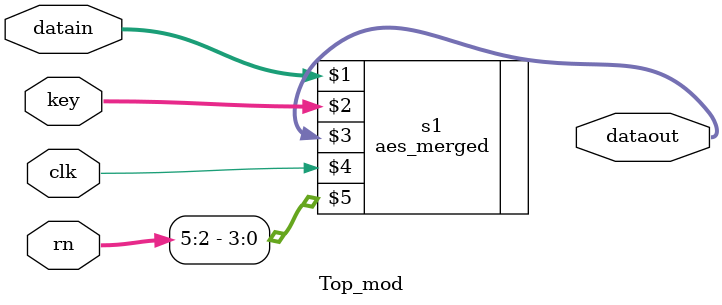
<source format=v>
`timescale 1ns / 1ps


module Top_mod(input [127:0]datain, input[127:0]key, output [127:0]dataout,input clk, input[5:0]rn);

aes_merged s1(datain,key,dataout,clk,rn[5:2]);

endmodule

</source>
